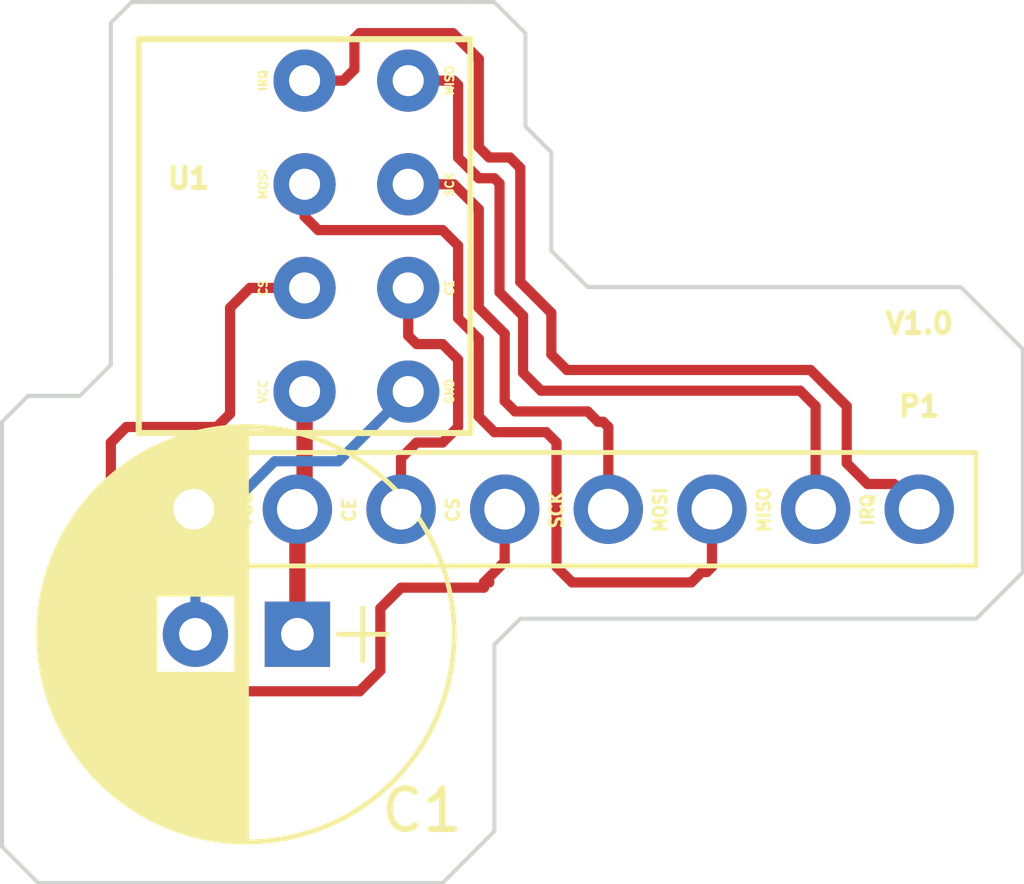
<source format=kicad_pcb>
(kicad_pcb (version 20171130) (host pcbnew "(5.1.12)-1")

  (general
    (thickness 1.6)
    (drawings 43)
    (tracks 107)
    (zones 0)
    (modules 3)
    (nets 9)
  )

  (page A4)
  (layers
    (0 F.Cu signal)
    (31 B.Cu signal)
    (32 B.Adhes user hide)
    (33 F.Adhes user hide)
    (34 B.Paste user)
    (35 F.Paste user)
    (36 B.SilkS user)
    (37 F.SilkS user)
    (38 B.Mask user)
    (39 F.Mask user)
    (40 Dwgs.User user)
    (41 Cmts.User user)
    (42 Eco1.User user)
    (43 Eco2.User user)
    (44 Edge.Cuts user)
    (45 Margin user)
    (46 B.CrtYd user)
    (47 F.CrtYd user)
    (48 B.Fab user)
    (49 F.Fab user)
  )

  (setup
    (last_trace_width 0.25)
    (user_trace_width 0.4)
    (trace_clearance 0.2)
    (zone_clearance 0.508)
    (zone_45_only no)
    (trace_min 0.2)
    (via_size 0.6)
    (via_drill 0.4)
    (via_min_size 0.4)
    (via_min_drill 0.3)
    (uvia_size 0.3)
    (uvia_drill 0.1)
    (uvias_allowed no)
    (uvia_min_size 0.2)
    (uvia_min_drill 0.1)
    (edge_width 0.1)
    (segment_width 0.2)
    (pcb_text_width 0.3)
    (pcb_text_size 1.5 1.5)
    (mod_edge_width 0.15)
    (mod_text_size 1 1)
    (mod_text_width 0.15)
    (pad_size 1.5 1.5)
    (pad_drill 0.6)
    (pad_to_mask_clearance 0)
    (aux_axis_origin 0 0)
    (visible_elements 7FFFFFFF)
    (pcbplotparams
      (layerselection 0x010f0_80000001)
      (usegerberextensions true)
      (usegerberattributes true)
      (usegerberadvancedattributes true)
      (creategerberjobfile true)
      (excludeedgelayer true)
      (linewidth 0.100000)
      (plotframeref false)
      (viasonmask false)
      (mode 1)
      (useauxorigin false)
      (hpglpennumber 1)
      (hpglpenspeed 20)
      (hpglpendiameter 15.000000)
      (psnegative false)
      (psa4output false)
      (plotreference true)
      (plotvalue true)
      (plotinvisibletext false)
      (padsonsilk false)
      (subtractmaskfromsilk false)
      (outputformat 1)
      (mirror false)
      (drillshape 0)
      (scaleselection 1)
      (outputdirectory "Gerber/"))
  )

  (net 0 "")
  (net 1 "Net-(P1-Pad3)")
  (net 2 "Net-(P1-Pad4)")
  (net 3 "Net-(P1-Pad5)")
  (net 4 "Net-(P1-Pad6)")
  (net 5 "Net-(P1-Pad7)")
  (net 6 "Net-(P1-Pad8)")
  (net 7 "Net-(C1-Pad1)")
  (net 8 "Net-(C1-Pad2)")

  (net_class Default "This is the default net class."
    (clearance 0.2)
    (trace_width 0.25)
    (via_dia 0.6)
    (via_drill 0.4)
    (uvia_dia 0.3)
    (uvia_drill 0.1)
    (add_net "Net-(C1-Pad1)")
    (add_net "Net-(C1-Pad2)")
    (add_net "Net-(P1-Pad3)")
    (add_net "Net-(P1-Pad4)")
    (add_net "Net-(P1-Pad5)")
    (add_net "Net-(P1-Pad6)")
    (add_net "Net-(P1-Pad7)")
    (add_net "Net-(P1-Pad8)")
  )

  (module Capacitors_ThroughHole:CP_Radial_D10.0mm_P2.50mm (layer F.Cu) (tedit 58978FDA) (tstamp 58977D41)
    (at 154.559 113.284 180)
    (descr "CP, Radial series, Radial, pin pitch=2.50mm, , diameter=10mm, Electrolytic Capacitor")
    (tags "CP Radial series Radial pin pitch 2.50mm  diameter 10mm Electrolytic Capacitor")
    (path /58977AA8)
    (fp_text reference C1 (at -3.048 -4.318 180) (layer F.SilkS)
      (effects (font (size 1 1) (thickness 0.15)))
    )
    (fp_text value 10uF (at 5.461 4.191 180) (layer F.Fab)
      (effects (font (size 0.3 0.3) (thickness 0.075)))
    )
    (fp_line (start 6.6 -5.35) (end -4.1 -5.35) (layer F.CrtYd) (width 0.05))
    (fp_line (start 6.6 5.35) (end 6.6 -5.35) (layer F.CrtYd) (width 0.05))
    (fp_line (start -4.1 5.35) (end 6.6 5.35) (layer F.CrtYd) (width 0.05))
    (fp_line (start -4.1 -5.35) (end -4.1 5.35) (layer F.CrtYd) (width 0.05))
    (fp_line (start -1.6 -0.65) (end -1.6 0.65) (layer F.SilkS) (width 0.12))
    (fp_line (start -2.2 0) (end -1 0) (layer F.SilkS) (width 0.12))
    (fp_line (start 6.331 -0.279) (end 6.331 0.279) (layer F.SilkS) (width 0.12))
    (fp_line (start 6.291 -0.672) (end 6.291 0.672) (layer F.SilkS) (width 0.12))
    (fp_line (start 6.251 -0.913) (end 6.251 0.913) (layer F.SilkS) (width 0.12))
    (fp_line (start 6.211 -1.104) (end 6.211 1.104) (layer F.SilkS) (width 0.12))
    (fp_line (start 6.171 -1.265) (end 6.171 1.265) (layer F.SilkS) (width 0.12))
    (fp_line (start 6.131 -1.407) (end 6.131 1.407) (layer F.SilkS) (width 0.12))
    (fp_line (start 6.091 -1.536) (end 6.091 1.536) (layer F.SilkS) (width 0.12))
    (fp_line (start 6.051 -1.654) (end 6.051 1.654) (layer F.SilkS) (width 0.12))
    (fp_line (start 6.011 -1.763) (end 6.011 1.763) (layer F.SilkS) (width 0.12))
    (fp_line (start 5.971 -1.866) (end 5.971 1.866) (layer F.SilkS) (width 0.12))
    (fp_line (start 5.931 -1.962) (end 5.931 1.962) (layer F.SilkS) (width 0.12))
    (fp_line (start 5.891 -2.053) (end 5.891 2.053) (layer F.SilkS) (width 0.12))
    (fp_line (start 5.851 -2.14) (end 5.851 2.14) (layer F.SilkS) (width 0.12))
    (fp_line (start 5.811 -2.222) (end 5.811 2.222) (layer F.SilkS) (width 0.12))
    (fp_line (start 5.771 -2.301) (end 5.771 2.301) (layer F.SilkS) (width 0.12))
    (fp_line (start 5.731 -2.377) (end 5.731 2.377) (layer F.SilkS) (width 0.12))
    (fp_line (start 5.691 -2.449) (end 5.691 2.449) (layer F.SilkS) (width 0.12))
    (fp_line (start 5.651 -2.519) (end 5.651 2.519) (layer F.SilkS) (width 0.12))
    (fp_line (start 5.611 -2.587) (end 5.611 2.587) (layer F.SilkS) (width 0.12))
    (fp_line (start 5.571 -2.652) (end 5.571 2.652) (layer F.SilkS) (width 0.12))
    (fp_line (start 5.531 -2.715) (end 5.531 2.715) (layer F.SilkS) (width 0.12))
    (fp_line (start 5.491 -2.777) (end 5.491 2.777) (layer F.SilkS) (width 0.12))
    (fp_line (start 5.451 -2.836) (end 5.451 2.836) (layer F.SilkS) (width 0.12))
    (fp_line (start 5.411 -2.894) (end 5.411 2.894) (layer F.SilkS) (width 0.12))
    (fp_line (start 5.371 -2.949) (end 5.371 2.949) (layer F.SilkS) (width 0.12))
    (fp_line (start 5.331 -3.004) (end 5.331 3.004) (layer F.SilkS) (width 0.12))
    (fp_line (start 5.291 -3.057) (end 5.291 3.057) (layer F.SilkS) (width 0.12))
    (fp_line (start 5.251 -3.108) (end 5.251 3.108) (layer F.SilkS) (width 0.12))
    (fp_line (start 5.211 -3.158) (end 5.211 3.158) (layer F.SilkS) (width 0.12))
    (fp_line (start 5.171 -3.207) (end 5.171 3.207) (layer F.SilkS) (width 0.12))
    (fp_line (start 5.131 -3.255) (end 5.131 3.255) (layer F.SilkS) (width 0.12))
    (fp_line (start 5.091 -3.302) (end 5.091 3.302) (layer F.SilkS) (width 0.12))
    (fp_line (start 5.051 -3.347) (end 5.051 3.347) (layer F.SilkS) (width 0.12))
    (fp_line (start 5.011 -3.391) (end 5.011 3.391) (layer F.SilkS) (width 0.12))
    (fp_line (start 4.971 -3.435) (end 4.971 3.435) (layer F.SilkS) (width 0.12))
    (fp_line (start 4.931 -3.477) (end 4.931 3.477) (layer F.SilkS) (width 0.12))
    (fp_line (start 4.891 -3.518) (end 4.891 3.518) (layer F.SilkS) (width 0.12))
    (fp_line (start 4.851 -3.559) (end 4.851 3.559) (layer F.SilkS) (width 0.12))
    (fp_line (start 4.811 -3.598) (end 4.811 3.598) (layer F.SilkS) (width 0.12))
    (fp_line (start 4.771 -3.637) (end 4.771 3.637) (layer F.SilkS) (width 0.12))
    (fp_line (start 4.731 -3.675) (end 4.731 3.675) (layer F.SilkS) (width 0.12))
    (fp_line (start 4.691 -3.712) (end 4.691 3.712) (layer F.SilkS) (width 0.12))
    (fp_line (start 4.651 -3.748) (end 4.651 3.748) (layer F.SilkS) (width 0.12))
    (fp_line (start 4.611 -3.784) (end 4.611 3.784) (layer F.SilkS) (width 0.12))
    (fp_line (start 4.571 -3.819) (end 4.571 3.819) (layer F.SilkS) (width 0.12))
    (fp_line (start 4.531 -3.853) (end 4.531 3.853) (layer F.SilkS) (width 0.12))
    (fp_line (start 4.491 -3.886) (end 4.491 3.886) (layer F.SilkS) (width 0.12))
    (fp_line (start 4.451 -3.919) (end 4.451 3.919) (layer F.SilkS) (width 0.12))
    (fp_line (start 4.411 -3.951) (end 4.411 3.951) (layer F.SilkS) (width 0.12))
    (fp_line (start 4.371 -3.982) (end 4.371 3.982) (layer F.SilkS) (width 0.12))
    (fp_line (start 4.331 -4.013) (end 4.331 4.013) (layer F.SilkS) (width 0.12))
    (fp_line (start 4.291 -4.043) (end 4.291 4.043) (layer F.SilkS) (width 0.12))
    (fp_line (start 4.251 -4.072) (end 4.251 4.072) (layer F.SilkS) (width 0.12))
    (fp_line (start 4.211 -4.101) (end 4.211 4.101) (layer F.SilkS) (width 0.12))
    (fp_line (start 4.171 -4.13) (end 4.171 4.13) (layer F.SilkS) (width 0.12))
    (fp_line (start 4.131 -4.157) (end 4.131 4.157) (layer F.SilkS) (width 0.12))
    (fp_line (start 4.091 -4.185) (end 4.091 4.185) (layer F.SilkS) (width 0.12))
    (fp_line (start 4.051 -4.211) (end 4.051 4.211) (layer F.SilkS) (width 0.12))
    (fp_line (start 4.011 -4.237) (end 4.011 4.237) (layer F.SilkS) (width 0.12))
    (fp_line (start 3.971 -4.263) (end 3.971 4.263) (layer F.SilkS) (width 0.12))
    (fp_line (start 3.931 -4.288) (end 3.931 4.288) (layer F.SilkS) (width 0.12))
    (fp_line (start 3.891 -4.312) (end 3.891 4.312) (layer F.SilkS) (width 0.12))
    (fp_line (start 3.851 -4.336) (end 3.851 4.336) (layer F.SilkS) (width 0.12))
    (fp_line (start 3.811 -4.36) (end 3.811 4.36) (layer F.SilkS) (width 0.12))
    (fp_line (start 3.771 -4.383) (end 3.771 4.383) (layer F.SilkS) (width 0.12))
    (fp_line (start 3.731 -4.405) (end 3.731 4.405) (layer F.SilkS) (width 0.12))
    (fp_line (start 3.691 -4.428) (end 3.691 4.428) (layer F.SilkS) (width 0.12))
    (fp_line (start 3.651 -4.449) (end 3.651 4.449) (layer F.SilkS) (width 0.12))
    (fp_line (start 3.611 -4.47) (end 3.611 4.47) (layer F.SilkS) (width 0.12))
    (fp_line (start 3.571 -4.491) (end 3.571 4.491) (layer F.SilkS) (width 0.12))
    (fp_line (start 3.531 -4.511) (end 3.531 4.511) (layer F.SilkS) (width 0.12))
    (fp_line (start 3.491 -4.531) (end 3.491 4.531) (layer F.SilkS) (width 0.12))
    (fp_line (start 3.451 0.98) (end 3.451 4.55) (layer F.SilkS) (width 0.12))
    (fp_line (start 3.451 -4.55) (end 3.451 -0.98) (layer F.SilkS) (width 0.12))
    (fp_line (start 3.411 0.98) (end 3.411 4.569) (layer F.SilkS) (width 0.12))
    (fp_line (start 3.411 -4.569) (end 3.411 -0.98) (layer F.SilkS) (width 0.12))
    (fp_line (start 3.371 0.98) (end 3.371 4.588) (layer F.SilkS) (width 0.12))
    (fp_line (start 3.371 -4.588) (end 3.371 -0.98) (layer F.SilkS) (width 0.12))
    (fp_line (start 3.331 0.98) (end 3.331 4.606) (layer F.SilkS) (width 0.12))
    (fp_line (start 3.331 -4.606) (end 3.331 -0.98) (layer F.SilkS) (width 0.12))
    (fp_line (start 3.291 0.98) (end 3.291 4.624) (layer F.SilkS) (width 0.12))
    (fp_line (start 3.291 -4.624) (end 3.291 -0.98) (layer F.SilkS) (width 0.12))
    (fp_line (start 3.251 0.98) (end 3.251 4.641) (layer F.SilkS) (width 0.12))
    (fp_line (start 3.251 -4.641) (end 3.251 -0.98) (layer F.SilkS) (width 0.12))
    (fp_line (start 3.211 0.98) (end 3.211 4.658) (layer F.SilkS) (width 0.12))
    (fp_line (start 3.211 -4.658) (end 3.211 -0.98) (layer F.SilkS) (width 0.12))
    (fp_line (start 3.171 0.98) (end 3.171 4.674) (layer F.SilkS) (width 0.12))
    (fp_line (start 3.171 -4.674) (end 3.171 -0.98) (layer F.SilkS) (width 0.12))
    (fp_line (start 3.131 0.98) (end 3.131 4.691) (layer F.SilkS) (width 0.12))
    (fp_line (start 3.131 -4.691) (end 3.131 -0.98) (layer F.SilkS) (width 0.12))
    (fp_line (start 3.091 0.98) (end 3.091 4.706) (layer F.SilkS) (width 0.12))
    (fp_line (start 3.091 -4.706) (end 3.091 -0.98) (layer F.SilkS) (width 0.12))
    (fp_line (start 3.051 0.98) (end 3.051 4.722) (layer F.SilkS) (width 0.12))
    (fp_line (start 3.051 -4.722) (end 3.051 -0.98) (layer F.SilkS) (width 0.12))
    (fp_line (start 3.011 0.98) (end 3.011 4.737) (layer F.SilkS) (width 0.12))
    (fp_line (start 3.011 -4.737) (end 3.011 -0.98) (layer F.SilkS) (width 0.12))
    (fp_line (start 2.971 0.98) (end 2.971 4.751) (layer F.SilkS) (width 0.12))
    (fp_line (start 2.971 -4.751) (end 2.971 -0.98) (layer F.SilkS) (width 0.12))
    (fp_line (start 2.931 0.98) (end 2.931 4.765) (layer F.SilkS) (width 0.12))
    (fp_line (start 2.931 -4.765) (end 2.931 -0.98) (layer F.SilkS) (width 0.12))
    (fp_line (start 2.891 0.98) (end 2.891 4.779) (layer F.SilkS) (width 0.12))
    (fp_line (start 2.891 -4.779) (end 2.891 -0.98) (layer F.SilkS) (width 0.12))
    (fp_line (start 2.851 0.98) (end 2.851 4.792) (layer F.SilkS) (width 0.12))
    (fp_line (start 2.851 -4.792) (end 2.851 -0.98) (layer F.SilkS) (width 0.12))
    (fp_line (start 2.811 0.98) (end 2.811 4.806) (layer F.SilkS) (width 0.12))
    (fp_line (start 2.811 -4.806) (end 2.811 -0.98) (layer F.SilkS) (width 0.12))
    (fp_line (start 2.771 0.98) (end 2.771 4.818) (layer F.SilkS) (width 0.12))
    (fp_line (start 2.771 -4.818) (end 2.771 -0.98) (layer F.SilkS) (width 0.12))
    (fp_line (start 2.731 0.98) (end 2.731 4.831) (layer F.SilkS) (width 0.12))
    (fp_line (start 2.731 -4.831) (end 2.731 -0.98) (layer F.SilkS) (width 0.12))
    (fp_line (start 2.691 0.98) (end 2.691 4.843) (layer F.SilkS) (width 0.12))
    (fp_line (start 2.691 -4.843) (end 2.691 -0.98) (layer F.SilkS) (width 0.12))
    (fp_line (start 2.651 0.98) (end 2.651 4.854) (layer F.SilkS) (width 0.12))
    (fp_line (start 2.651 -4.854) (end 2.651 -0.98) (layer F.SilkS) (width 0.12))
    (fp_line (start 2.611 0.98) (end 2.611 4.865) (layer F.SilkS) (width 0.12))
    (fp_line (start 2.611 -4.865) (end 2.611 -0.98) (layer F.SilkS) (width 0.12))
    (fp_line (start 2.571 0.98) (end 2.571 4.876) (layer F.SilkS) (width 0.12))
    (fp_line (start 2.571 -4.876) (end 2.571 -0.98) (layer F.SilkS) (width 0.12))
    (fp_line (start 2.531 0.98) (end 2.531 4.887) (layer F.SilkS) (width 0.12))
    (fp_line (start 2.531 -4.887) (end 2.531 -0.98) (layer F.SilkS) (width 0.12))
    (fp_line (start 2.491 0.98) (end 2.491 4.897) (layer F.SilkS) (width 0.12))
    (fp_line (start 2.491 -4.897) (end 2.491 -0.98) (layer F.SilkS) (width 0.12))
    (fp_line (start 2.451 0.98) (end 2.451 4.907) (layer F.SilkS) (width 0.12))
    (fp_line (start 2.451 -4.907) (end 2.451 -0.98) (layer F.SilkS) (width 0.12))
    (fp_line (start 2.411 0.98) (end 2.411 4.917) (layer F.SilkS) (width 0.12))
    (fp_line (start 2.411 -4.917) (end 2.411 -0.98) (layer F.SilkS) (width 0.12))
    (fp_line (start 2.371 0.98) (end 2.371 4.926) (layer F.SilkS) (width 0.12))
    (fp_line (start 2.371 -4.926) (end 2.371 -0.98) (layer F.SilkS) (width 0.12))
    (fp_line (start 2.331 0.98) (end 2.331 4.935) (layer F.SilkS) (width 0.12))
    (fp_line (start 2.331 -4.935) (end 2.331 -0.98) (layer F.SilkS) (width 0.12))
    (fp_line (start 2.291 0.98) (end 2.291 4.943) (layer F.SilkS) (width 0.12))
    (fp_line (start 2.291 -4.943) (end 2.291 -0.98) (layer F.SilkS) (width 0.12))
    (fp_line (start 2.251 0.98) (end 2.251 4.951) (layer F.SilkS) (width 0.12))
    (fp_line (start 2.251 -4.951) (end 2.251 -0.98) (layer F.SilkS) (width 0.12))
    (fp_line (start 2.211 0.98) (end 2.211 4.959) (layer F.SilkS) (width 0.12))
    (fp_line (start 2.211 -4.959) (end 2.211 -0.98) (layer F.SilkS) (width 0.12))
    (fp_line (start 2.171 0.98) (end 2.171 4.967) (layer F.SilkS) (width 0.12))
    (fp_line (start 2.171 -4.967) (end 2.171 -0.98) (layer F.SilkS) (width 0.12))
    (fp_line (start 2.131 0.98) (end 2.131 4.974) (layer F.SilkS) (width 0.12))
    (fp_line (start 2.131 -4.974) (end 2.131 -0.98) (layer F.SilkS) (width 0.12))
    (fp_line (start 2.091 0.98) (end 2.091 4.981) (layer F.SilkS) (width 0.12))
    (fp_line (start 2.091 -4.981) (end 2.091 -0.98) (layer F.SilkS) (width 0.12))
    (fp_line (start 2.051 0.98) (end 2.051 4.987) (layer F.SilkS) (width 0.12))
    (fp_line (start 2.051 -4.987) (end 2.051 -0.98) (layer F.SilkS) (width 0.12))
    (fp_line (start 2.011 0.98) (end 2.011 4.993) (layer F.SilkS) (width 0.12))
    (fp_line (start 2.011 -4.993) (end 2.011 -0.98) (layer F.SilkS) (width 0.12))
    (fp_line (start 1.971 0.98) (end 1.971 4.999) (layer F.SilkS) (width 0.12))
    (fp_line (start 1.971 -4.999) (end 1.971 -0.98) (layer F.SilkS) (width 0.12))
    (fp_line (start 1.93 0.98) (end 1.93 5.005) (layer F.SilkS) (width 0.12))
    (fp_line (start 1.93 -5.005) (end 1.93 -0.98) (layer F.SilkS) (width 0.12))
    (fp_line (start 1.89 0.98) (end 1.89 5.01) (layer F.SilkS) (width 0.12))
    (fp_line (start 1.89 -5.01) (end 1.89 -0.98) (layer F.SilkS) (width 0.12))
    (fp_line (start 1.85 0.98) (end 1.85 5.015) (layer F.SilkS) (width 0.12))
    (fp_line (start 1.85 -5.015) (end 1.85 -0.98) (layer F.SilkS) (width 0.12))
    (fp_line (start 1.81 0.98) (end 1.81 5.02) (layer F.SilkS) (width 0.12))
    (fp_line (start 1.81 -5.02) (end 1.81 -0.98) (layer F.SilkS) (width 0.12))
    (fp_line (start 1.77 0.98) (end 1.77 5.024) (layer F.SilkS) (width 0.12))
    (fp_line (start 1.77 -5.024) (end 1.77 -0.98) (layer F.SilkS) (width 0.12))
    (fp_line (start 1.73 0.98) (end 1.73 5.028) (layer F.SilkS) (width 0.12))
    (fp_line (start 1.73 -5.028) (end 1.73 -0.98) (layer F.SilkS) (width 0.12))
    (fp_line (start 1.69 0.98) (end 1.69 5.031) (layer F.SilkS) (width 0.12))
    (fp_line (start 1.69 -5.031) (end 1.69 -0.98) (layer F.SilkS) (width 0.12))
    (fp_line (start 1.65 0.98) (end 1.65 5.035) (layer F.SilkS) (width 0.12))
    (fp_line (start 1.65 -5.035) (end 1.65 -0.98) (layer F.SilkS) (width 0.12))
    (fp_line (start 1.61 0.98) (end 1.61 5.038) (layer F.SilkS) (width 0.12))
    (fp_line (start 1.61 -5.038) (end 1.61 -0.98) (layer F.SilkS) (width 0.12))
    (fp_line (start 1.57 0.98) (end 1.57 5.04) (layer F.SilkS) (width 0.12))
    (fp_line (start 1.57 -5.04) (end 1.57 -0.98) (layer F.SilkS) (width 0.12))
    (fp_line (start 1.53 0.98) (end 1.53 5.043) (layer F.SilkS) (width 0.12))
    (fp_line (start 1.53 -5.043) (end 1.53 -0.98) (layer F.SilkS) (width 0.12))
    (fp_line (start 1.49 -5.045) (end 1.49 5.045) (layer F.SilkS) (width 0.12))
    (fp_line (start 1.45 -5.047) (end 1.45 5.047) (layer F.SilkS) (width 0.12))
    (fp_line (start 1.41 -5.048) (end 1.41 5.048) (layer F.SilkS) (width 0.12))
    (fp_line (start 1.37 -5.049) (end 1.37 5.049) (layer F.SilkS) (width 0.12))
    (fp_line (start 1.33 -5.05) (end 1.33 5.05) (layer F.SilkS) (width 0.12))
    (fp_line (start 1.29 -5.05) (end 1.29 5.05) (layer F.SilkS) (width 0.12))
    (fp_line (start 1.25 -5.05) (end 1.25 5.05) (layer F.SilkS) (width 0.12))
    (fp_line (start -1.6 -0.65) (end -1.6 0.65) (layer F.Fab) (width 0.1))
    (fp_line (start -2.2 0) (end -1 0) (layer F.Fab) (width 0.1))
    (fp_circle (center 1.25 0) (end 6.34 0) (layer F.SilkS) (width 0.12))
    (fp_circle (center 1.25 0) (end 6.25 0) (layer F.Fab) (width 0.1))
    (pad 1 thru_hole rect (at 0 0 180) (size 1.6 1.6) (drill 0.8) (layers *.Cu *.Mask)
      (net 7 "Net-(C1-Pad1)"))
    (pad 2 thru_hole circle (at 2.5 0 180) (size 1.6 1.6) (drill 0.8) (layers *.Cu *.Mask)
      (net 8 "Net-(C1-Pad2)"))
    (model Capacitors_ThroughHole.3dshapes/CP_Radial_D10.0mm_P2.50mm.wrl
      (at (xyz 0 0 0))
      (scale (xyz 0.393701 0.393701 0.393701))
      (rotate (xyz 0 0 0))
    )
  )

  (module Pin_Headers:Pin_Header_Straight_1x08_Pitch2.54mm (layer F.Cu) (tedit 5897900E) (tstamp 58976A89)
    (at 152.018 110.219 90)
    (descr "Through hole straight pin header, 1x08, 2.54mm pitch, single row")
    (tags "Through hole pin header THT 1x08 2.54mm single row")
    (path /580B3150)
    (fp_text reference P1 (at 2.523167 17.7805 180) (layer F.SilkS)
      (effects (font (size 0.5 0.5) (thickness 0.125)))
    )
    (fp_text value CONN_01X08 (at 4.428167 14.0975 180) (layer F.Fab)
      (effects (font (size 0.5 0.5) (thickness 0.125)))
    )
    (fp_line (start 1.6 -1.6) (end -1.6 -1.6) (layer F.CrtYd) (width 0.05))
    (fp_line (start 1.6 19.3) (end 1.6 -1.6) (layer F.CrtYd) (width 0.05))
    (fp_line (start -1.6 19.3) (end 1.6 19.3) (layer F.CrtYd) (width 0.05))
    (fp_line (start -1.6 -1.6) (end -1.6 19.3) (layer F.CrtYd) (width 0.05))
    (fp_line (start -1.39 -1.39) (end 0 -1.39) (layer F.SilkS) (width 0.12))
    (fp_line (start -1.39 0) (end -1.39 -1.39) (layer F.SilkS) (width 0.12))
    (fp_line (start 1.39 1.27) (end -1.39 1.27) (layer F.SilkS) (width 0.12))
    (fp_line (start 1.39 19.17) (end 1.39 1.27) (layer F.SilkS) (width 0.12))
    (fp_line (start -1.39 19.17) (end 1.39 19.17) (layer F.SilkS) (width 0.12))
    (fp_line (start -1.39 1.27) (end -1.39 19.17) (layer F.SilkS) (width 0.12))
    (fp_line (start 1.27 -1.27) (end -1.27 -1.27) (layer F.Fab) (width 0.1))
    (fp_line (start 1.27 19.05) (end 1.27 -1.27) (layer F.Fab) (width 0.1))
    (fp_line (start -1.27 19.05) (end 1.27 19.05) (layer F.Fab) (width 0.1))
    (fp_line (start -1.27 -1.27) (end -1.27 19.05) (layer F.Fab) (width 0.1))
    (pad 1 thru_hole rect (at 0 0 90) (size 1.7 1.7) (drill 1) (layers *.Cu *.Mask)
      (net 8 "Net-(C1-Pad2)"))
    (pad 2 thru_hole oval (at 0 2.54 90) (size 1.7 1.7) (drill 1) (layers *.Cu *.Mask)
      (net 7 "Net-(C1-Pad1)"))
    (pad 3 thru_hole oval (at 0 5.08 90) (size 1.7 1.7) (drill 1) (layers *.Cu *.Mask)
      (net 1 "Net-(P1-Pad3)"))
    (pad 4 thru_hole oval (at 0 7.62 90) (size 1.7 1.7) (drill 1) (layers *.Cu *.Mask)
      (net 2 "Net-(P1-Pad4)"))
    (pad 5 thru_hole oval (at 0 10.16 90) (size 1.7 1.7) (drill 1) (layers *.Cu *.Mask)
      (net 3 "Net-(P1-Pad5)"))
    (pad 6 thru_hole oval (at 0 12.7 90) (size 1.7 1.7) (drill 1) (layers *.Cu *.Mask)
      (net 4 "Net-(P1-Pad6)"))
    (pad 7 thru_hole oval (at 0 15.24 90) (size 1.7 1.7) (drill 1) (layers *.Cu *.Mask)
      (net 5 "Net-(P1-Pad7)"))
    (pad 8 thru_hole oval (at 0 17.78 90) (size 1.7 1.7) (drill 1) (layers *.Cu *.Mask)
      (net 6 "Net-(P1-Pad8)"))
    (model Pin_Headers.3dshapes/Pin_Header_Straight_1x08_Pitch2.54mm.wrl
      (offset (xyz 0 -8.889999866485596 0))
      (scale (xyz 1 1 1))
      (rotate (xyz 0 0 90))
    )
  )

  (module nRF24:nRF24 (layer F.Cu) (tedit 58979007) (tstamp 58976AA1)
    (at 154.734 103.78)
    (descr "A footprint for the generic nRF24 module")
    (path /58977CC8)
    (fp_text reference U1 (at -2.842001 -1.672001) (layer F.SilkS)
      (effects (font (size 0.5 0.5) (thickness 0.125)))
    )
    (fp_text value nRF24 (at -2.969001 1.502999 90) (layer F.Fab)
      (effects (font (size 0.5 0.5) (thickness 0.125)))
    )
    (fp_line (start 4.064 4.572) (end 4.064 -5.08) (layer F.SilkS) (width 0.15))
    (fp_line (start -4.064 4.572) (end 4.064 4.572) (layer F.SilkS) (width 0.15))
    (fp_line (start -4.064 -5.08) (end -4.064 4.572) (layer F.SilkS) (width 0.15))
    (fp_line (start 4.064 -5.08) (end -4.064 -5.08) (layer F.SilkS) (width 0.15))
    (fp_text user MISO (at 3.556 -4.064 90) (layer F.SilkS)
      (effects (font (size 0.2 0.2) (thickness 0.05)))
    )
    (fp_text user IRQ (at -1.016 -4.064 90) (layer F.SilkS)
      (effects (font (size 0.2 0.2) (thickness 0.05)))
    )
    (fp_text user MOSI (at -1.016 -1.524 90) (layer F.SilkS)
      (effects (font (size 0.2 0.2) (thickness 0.05)))
    )
    (fp_text user SCK (at 3.556 -1.524 90) (layer F.SilkS)
      (effects (font (size 0.2 0.2) (thickness 0.05)))
    )
    (fp_text user CE (at 3.556 1.016 90) (layer F.SilkS)
      (effects (font (size 0.2 0.2) (thickness 0.05)))
    )
    (fp_text user CS (at -1.016 1.016 90) (layer F.SilkS)
      (effects (font (size 0.2 0.2) (thickness 0.05)))
    )
    (fp_text user VCC (at -1.016 3.556 90) (layer F.SilkS)
      (effects (font (size 0.2 0.2) (thickness 0.05)))
    )
    (fp_text user GND (at 3.556 3.556 90) (layer F.SilkS)
      (effects (font (size 0.2 0.2) (thickness 0.05)))
    )
    (pad 1 thru_hole circle (at 2.54 3.556) (size 1.524 1.524) (drill 0.762) (layers *.Cu *.Mask)
      (net 8 "Net-(C1-Pad2)"))
    (pad 2 thru_hole circle (at 0 3.556) (size 1.524 1.524) (drill 0.762) (layers *.Cu *.Mask)
      (net 7 "Net-(C1-Pad1)"))
    (pad 3 thru_hole circle (at 2.54 1.016) (size 1.524 1.524) (drill 0.762) (layers *.Cu *.Mask)
      (net 1 "Net-(P1-Pad3)"))
    (pad 4 thru_hole circle (at 0 1.016) (size 1.524 1.524) (drill 0.762) (layers *.Cu *.Mask)
      (net 2 "Net-(P1-Pad4)"))
    (pad 5 thru_hole circle (at 2.54 -1.524) (size 1.524 1.524) (drill 0.762) (layers *.Cu *.Mask)
      (net 3 "Net-(P1-Pad5)"))
    (pad 6 thru_hole circle (at 0 -1.524) (size 1.524 1.524) (drill 0.762) (layers *.Cu *.Mask)
      (net 4 "Net-(P1-Pad6)"))
    (pad 7 thru_hole circle (at 2.54 -4.064) (size 1.524 1.524) (drill 0.762) (layers *.Cu *.Mask)
      (net 5 "Net-(P1-Pad7)"))
    (pad 8 thru_hole circle (at 0 -4.064) (size 1.524 1.524) (drill 0.762) (layers *.Cu *.Mask)
      (net 6 "Net-(P1-Pad8)"))
  )

  (gr_line (start 150.495 97.79) (end 150.876 97.79) (angle 90) (layer Edge.Cuts) (width 0.1))
  (gr_line (start 149.987 98.298) (end 150.495 97.79) (angle 90) (layer Edge.Cuts) (width 0.1))
  (gr_line (start 149.987 98.552) (end 149.987 98.298) (angle 90) (layer Edge.Cuts) (width 0.1))
  (gr_line (start 149.987 100.838) (end 149.987 98.552) (angle 90) (layer Edge.Cuts) (width 0.1))
  (gr_line (start 149.987 104.521) (end 149.987 100.838) (angle 90) (layer Edge.Cuts) (width 0.1))
  (gr_line (start 149.987 106.68) (end 149.987 104.521) (angle 90) (layer Edge.Cuts) (width 0.1))
  (gr_line (start 149.225 107.442) (end 149.987 106.68) (angle 90) (layer Edge.Cuts) (width 0.1))
  (gr_line (start 147.955 107.442) (end 149.225 107.442) (angle 90) (layer Edge.Cuts) (width 0.1))
  (gr_line (start 147.32 108.077) (end 147.955 107.442) (angle 90) (layer Edge.Cuts) (width 0.1))
  (gr_line (start 147.32 112.522) (end 147.32 108.077) (angle 90) (layer Edge.Cuts) (width 0.1))
  (gr_line (start 147.32 116.713) (end 147.32 112.522) (angle 90) (layer Edge.Cuts) (width 0.1))
  (gr_line (start 147.32 118.491) (end 147.32 116.713) (angle 90) (layer Edge.Cuts) (width 0.1))
  (gr_line (start 148.209 119.38) (end 147.32 118.491) (angle 90) (layer Edge.Cuts) (width 0.1))
  (gr_line (start 149.86 119.38) (end 148.209 119.38) (angle 90) (layer Edge.Cuts) (width 0.1))
  (gr_line (start 158.115 119.38) (end 149.86 119.38) (angle 90) (layer Edge.Cuts) (width 0.1))
  (gr_line (start 159.385 118.11) (end 158.115 119.38) (angle 90) (layer Edge.Cuts) (width 0.1))
  (gr_line (start 159.385 117.602) (end 159.385 118.11) (angle 90) (layer Edge.Cuts) (width 0.1))
  (gr_line (start 159.385 113.538) (end 159.385 117.602) (angle 90) (layer Edge.Cuts) (width 0.1))
  (gr_line (start 160.02 112.903) (end 159.385 113.538) (angle 90) (layer Edge.Cuts) (width 0.1))
  (gr_line (start 171.196 112.903) (end 160.02 112.903) (angle 90) (layer Edge.Cuts) (width 0.1))
  (gr_line (start 172.339 111.76) (end 171.196 112.903) (angle 90) (layer Edge.Cuts) (width 0.1))
  (gr_line (start 172.339 106.299) (end 172.339 111.76) (angle 90) (layer Edge.Cuts) (width 0.1))
  (gr_line (start 171.45 105.41) (end 172.339 106.299) (angle 90) (layer Edge.Cuts) (width 0.1))
  (gr_line (start 170.815 104.775) (end 171.45 105.41) (angle 90) (layer Edge.Cuts) (width 0.1))
  (gr_line (start 170.18 104.775) (end 170.815 104.775) (angle 90) (layer Edge.Cuts) (width 0.1))
  (gr_line (start 161.671 104.775) (end 170.18 104.775) (angle 90) (layer Edge.Cuts) (width 0.1))
  (gr_line (start 160.782 103.886) (end 161.671 104.775) (angle 90) (layer Edge.Cuts) (width 0.1))
  (gr_line (start 160.782 101.473) (end 160.782 103.886) (angle 90) (layer Edge.Cuts) (width 0.1))
  (gr_line (start 160.147 100.838) (end 160.782 101.473) (angle 90) (layer Edge.Cuts) (width 0.1))
  (gr_line (start 160.147 100.584) (end 160.147 100.838) (angle 90) (layer Edge.Cuts) (width 0.1))
  (gr_line (start 160.147 98.552) (end 160.147 100.584) (angle 90) (layer Edge.Cuts) (width 0.1))
  (gr_line (start 159.385 97.79) (end 160.147 98.552) (angle 90) (layer Edge.Cuts) (width 0.1))
  (gr_line (start 158.75 97.79) (end 159.385 97.79) (angle 90) (layer Edge.Cuts) (width 0.1))
  (gr_line (start 150.876 97.79) (end 158.75 97.79) (angle 90) (layer Edge.Cuts) (width 0.1))
  (gr_text IRQ (at 168.529 110.236 90) (layer F.SilkS) (tstamp 58977641)
    (effects (font (size 0.3 0.3) (thickness 0.075)))
  )
  (gr_text MISO (at 165.989 110.236 90) (layer F.SilkS) (tstamp 58977635)
    (effects (font (size 0.3 0.3) (thickness 0.075)))
  )
  (gr_text MOSI (at 163.449 110.236 90) (layer F.SilkS) (tstamp 58977625)
    (effects (font (size 0.3 0.3) (thickness 0.075)))
  )
  (gr_text SCK (at 160.909 110.236 90) (layer F.SilkS) (tstamp 58977614)
    (effects (font (size 0.3 0.3) (thickness 0.075)))
  )
  (gr_text CS (at 158.369 110.236 90) (layer F.SilkS) (tstamp 58977608)
    (effects (font (size 0.3 0.3) (thickness 0.075)))
  )
  (gr_text CE (at 155.829 110.236 90) (layer F.SilkS) (tstamp 589775F6)
    (effects (font (size 0.3 0.3) (thickness 0.075)))
  )
  (gr_text VCC (at 153.289 110.236 90) (layer F.SilkS) (tstamp 589775D3)
    (effects (font (size 0.3 0.3) (thickness 0.075)))
  )
  (gr_text GND (at 150.495 110.236 90) (layer F.SilkS)
    (effects (font (size 0.3 0.3) (thickness 0.075)))
  )
  (gr_text V1.0 (at 169.799 105.664) (layer F.SilkS)
    (effects (font (size 0.5 0.5) (thickness 0.125)))
  )

  (segment (start 157.098 110.219) (end 157.098 108.966) (width 0.25) (layer F.Cu) (net 1))
  (segment (start 157.098 108.966) (end 157.48 108.585) (width 0.25) (layer F.Cu) (net 1))
  (segment (start 157.48 108.585) (end 158.115 108.585) (width 0.25) (layer F.Cu) (net 1))
  (segment (start 158.115 108.585) (end 158.496 108.204) (width 0.25) (layer F.Cu) (net 1))
  (segment (start 158.496 108.204) (end 158.496 106.553) (width 0.25) (layer F.Cu) (net 1))
  (segment (start 158.496 106.553) (end 158.115 106.172) (width 0.25) (layer F.Cu) (net 1))
  (segment (start 158.115 106.172) (end 157.48 106.172) (width 0.25) (layer F.Cu) (net 1))
  (segment (start 157.48 106.172) (end 157.274 105.966) (width 0.25) (layer F.Cu) (net 1))
  (segment (start 157.274 105.966) (end 157.274 104.796) (width 0.25) (layer F.Cu) (net 1))
  (segment (start 159.258 111.887) (end 159.638 111.506) (width 0.25) (layer F.Cu) (net 2))
  (segment (start 159.638 111.506) (end 159.638 110.219) (width 0.25) (layer F.Cu) (net 2))
  (segment (start 159.131 112.014) (end 159.258 111.887) (width 0.25) (layer F.Cu) (net 2))
  (segment (start 159.131 112.014) (end 159.258 112.014) (width 0.25) (layer F.Cu) (net 2))
  (segment (start 159.258 112.014) (end 159.258 111.887) (width 0.25) (layer F.Cu) (net 2))
  (segment (start 154.734 104.796) (end 153.395 104.796) (width 0.25) (layer F.Cu) (net 2))
  (segment (start 153.395 104.796) (end 152.908 105.283) (width 0.25) (layer F.Cu) (net 2))
  (segment (start 152.908 105.283) (end 152.908 107.881) (width 0.25) (layer F.Cu) (net 2))
  (segment (start 152.908 107.881) (end 152.585 108.204) (width 0.25) (layer F.Cu) (net 2))
  (segment (start 152.585 108.204) (end 150.368 108.204) (width 0.25) (layer F.Cu) (net 2))
  (segment (start 150.368 108.204) (end 149.987 108.585) (width 0.25) (layer F.Cu) (net 2))
  (segment (start 149.987 108.585) (end 149.987 111.76) (width 0.25) (layer F.Cu) (net 2))
  (segment (start 149.987 111.76) (end 150.241 112.014) (width 0.25) (layer F.Cu) (net 2))
  (segment (start 150.241 112.014) (end 150.368 112.014) (width 0.25) (layer F.Cu) (net 2))
  (segment (start 150.368 112.014) (end 150.495 112.141) (width 0.25) (layer F.Cu) (net 2))
  (segment (start 150.495 112.141) (end 150.495 114.427) (width 0.25) (layer F.Cu) (net 2))
  (segment (start 150.495 114.427) (end 150.749 114.681) (width 0.25) (layer F.Cu) (net 2))
  (segment (start 150.749 114.681) (end 156.083 114.681) (width 0.25) (layer F.Cu) (net 2))
  (segment (start 156.083 114.681) (end 156.591 114.173) (width 0.25) (layer F.Cu) (net 2))
  (segment (start 156.591 114.173) (end 156.591 112.649) (width 0.25) (layer F.Cu) (net 2))
  (segment (start 156.591 112.649) (end 157.099 112.141) (width 0.25) (layer F.Cu) (net 2))
  (segment (start 157.099 112.141) (end 159.131 112.141) (width 0.25) (layer F.Cu) (net 2))
  (segment (start 159.131 112.141) (end 159.131 112.014) (width 0.25) (layer F.Cu) (net 2))
  (segment (start 157.274 102.256) (end 158.39 102.256) (width 0.25) (layer F.Cu) (net 3))
  (segment (start 158.39 102.256) (end 159.004 102.87) (width 0.25) (layer F.Cu) (net 3))
  (segment (start 159.004 102.87) (end 159.004 105.283) (width 0.25) (layer F.Cu) (net 3))
  (segment (start 159.004 105.283) (end 159.639 105.918) (width 0.25) (layer F.Cu) (net 3))
  (segment (start 159.639 105.918) (end 159.639 107.569) (width 0.25) (layer F.Cu) (net 3))
  (segment (start 159.639 107.569) (end 159.893 107.823) (width 0.25) (layer F.Cu) (net 3))
  (segment (start 159.893 107.823) (end 161.671 107.823) (width 0.25) (layer F.Cu) (net 3))
  (segment (start 161.671 107.823) (end 161.925 108.077) (width 0.25) (layer F.Cu) (net 3))
  (segment (start 161.925 108.077) (end 162.052 108.077) (width 0.25) (layer F.Cu) (net 3))
  (segment (start 162.052 108.077) (end 162.178 108.204) (width 0.25) (layer F.Cu) (net 3))
  (segment (start 162.178 108.204) (end 162.178 110.219) (width 0.25) (layer F.Cu) (net 3))
  (segment (start 154.734 102.256) (end 154.734 103.045) (width 0.25) (layer F.Cu) (net 4))
  (segment (start 154.734 103.045) (end 155.067 103.378) (width 0.25) (layer F.Cu) (net 4))
  (segment (start 155.067 103.378) (end 158.115 103.378) (width 0.25) (layer F.Cu) (net 4))
  (segment (start 158.115 103.378) (end 158.496 103.759) (width 0.25) (layer F.Cu) (net 4))
  (segment (start 158.496 103.759) (end 158.496 105.537) (width 0.25) (layer F.Cu) (net 4))
  (segment (start 158.496 105.537) (end 159.004 106.045) (width 0.25) (layer F.Cu) (net 4))
  (segment (start 159.004 106.045) (end 159.004 107.95) (width 0.25) (layer F.Cu) (net 4))
  (segment (start 159.004 107.95) (end 159.385 108.331) (width 0.25) (layer F.Cu) (net 4))
  (segment (start 159.385 108.331) (end 160.655 108.331) (width 0.25) (layer F.Cu) (net 4))
  (segment (start 160.655 108.331) (end 160.909 108.585) (width 0.25) (layer F.Cu) (net 4))
  (segment (start 160.909 108.585) (end 160.909 111.633) (width 0.25) (layer F.Cu) (net 4))
  (segment (start 160.909 111.633) (end 161.29 112.014) (width 0.25) (layer F.Cu) (net 4))
  (segment (start 161.29 112.014) (end 164.211 112.014) (width 0.25) (layer F.Cu) (net 4))
  (segment (start 164.211 112.014) (end 164.465 111.76) (width 0.25) (layer F.Cu) (net 4))
  (segment (start 164.465 111.76) (end 164.592 111.76) (width 0.25) (layer F.Cu) (net 4))
  (segment (start 164.592 111.76) (end 164.718 111.634) (width 0.25) (layer F.Cu) (net 4))
  (segment (start 164.718 111.634) (end 164.718 110.219) (width 0.25) (layer F.Cu) (net 4))
  (segment (start 157.274 99.716) (end 158.39 99.716) (width 0.25) (layer F.Cu) (net 5))
  (segment (start 158.39 99.716) (end 158.496 99.822) (width 0.25) (layer F.Cu) (net 5))
  (segment (start 158.496 99.822) (end 158.496 101.6) (width 0.25) (layer F.Cu) (net 5))
  (segment (start 158.496 101.6) (end 159.004 102.108) (width 0.25) (layer F.Cu) (net 5))
  (segment (start 159.004 102.108) (end 159.385 102.108) (width 0.25) (layer F.Cu) (net 5))
  (segment (start 159.385 102.108) (end 159.512 102.235) (width 0.25) (layer F.Cu) (net 5))
  (segment (start 159.512 102.235) (end 159.512 104.902) (width 0.25) (layer F.Cu) (net 5))
  (segment (start 159.512 104.902) (end 160.089 105.479) (width 0.25) (layer F.Cu) (net 5))
  (segment (start 160.089 105.479) (end 160.089 106.876) (width 0.25) (layer F.Cu) (net 5))
  (segment (start 160.089 106.876) (end 160.528 107.315) (width 0.25) (layer F.Cu) (net 5))
  (segment (start 160.528 107.315) (end 166.878 107.315) (width 0.25) (layer F.Cu) (net 5))
  (segment (start 166.878 107.315) (end 167.258 107.696) (width 0.25) (layer F.Cu) (net 5))
  (segment (start 167.258 107.696) (end 167.258 110.219) (width 0.25) (layer F.Cu) (net 5))
  (segment (start 154.734 99.716) (end 155.681 99.716) (width 0.25) (layer F.Cu) (net 6))
  (segment (start 155.681 99.716) (end 155.956 99.441) (width 0.25) (layer F.Cu) (net 6))
  (segment (start 155.956 99.441) (end 155.956 98.679) (width 0.25) (layer F.Cu) (net 6))
  (segment (start 155.956 98.679) (end 156.083 98.552) (width 0.25) (layer F.Cu) (net 6))
  (segment (start 156.083 98.552) (end 158.369 98.552) (width 0.25) (layer F.Cu) (net 6))
  (segment (start 158.369 98.552) (end 159.004 99.187) (width 0.25) (layer F.Cu) (net 6))
  (segment (start 159.004 99.187) (end 159.004 101.346) (width 0.25) (layer F.Cu) (net 6))
  (segment (start 159.004 101.346) (end 159.258 101.6) (width 0.25) (layer F.Cu) (net 6))
  (segment (start 159.258 101.6) (end 159.766 101.6) (width 0.25) (layer F.Cu) (net 6))
  (segment (start 159.766 101.6) (end 160.02 101.854) (width 0.25) (layer F.Cu) (net 6))
  (segment (start 160.02 101.854) (end 160.02 104.648) (width 0.25) (layer F.Cu) (net 6))
  (segment (start 160.02 104.648) (end 160.782 105.41) (width 0.25) (layer F.Cu) (net 6))
  (segment (start 160.782 105.41) (end 160.782 106.426) (width 0.25) (layer F.Cu) (net 6))
  (segment (start 160.782 106.426) (end 161.163 106.807) (width 0.25) (layer F.Cu) (net 6))
  (segment (start 161.163 106.807) (end 167.132 106.807) (width 0.25) (layer F.Cu) (net 6))
  (segment (start 167.132 106.807) (end 168.021 107.696) (width 0.25) (layer F.Cu) (net 6))
  (segment (start 168.021 107.696) (end 168.021 109.093) (width 0.25) (layer F.Cu) (net 6))
  (segment (start 168.021 109.093) (end 168.529 109.601) (width 0.25) (layer F.Cu) (net 6))
  (segment (start 168.529 109.601) (end 169.18 109.601) (width 0.25) (layer F.Cu) (net 6))
  (segment (start 169.18 109.601) (end 169.798 110.219) (width 0.25) (layer F.Cu) (net 6))
  (segment (start 154.558 110.219) (end 154.558 113.284) (width 0.25) (layer F.Cu) (net 7))
  (segment (start 154.558 113.284) (end 154.559 113.284) (width 0.25) (layer F.Cu) (net 7))
  (segment (start 154.559 110.22) (end 154.558 110.219) (width 0.25) (layer F.Cu) (net 7))
  (segment (start 154.734 110.044) (end 154.558 110.219) (width 0.25) (layer F.Cu) (net 7))
  (segment (start 154.734 107.336) (end 154.734 110.044) (width 0.4) (layer F.Cu) (net 7))
  (segment (start 154.559 113.284) (end 154.559 110.22) (width 0.4) (layer F.Cu) (net 7))
  (segment (start 152.6056 110.219) (end 152.059 110.7656) (width 0.25) (layer B.Cu) (net 8))
  (segment (start 152.059 110.7656) (end 152.059 113.284) (width 0.25) (layer B.Cu) (net 8))
  (segment (start 152.6056 110.219) (end 153.1931 110.219) (width 0.25) (layer B.Cu) (net 8))
  (segment (start 152.018 110.219) (end 152.6056 110.219) (width 0.25) (layer B.Cu) (net 8))
  (segment (start 157.274 107.336) (end 155.5661 109.0439) (width 0.25) (layer B.Cu) (net 8))
  (segment (start 155.5661 109.0439) (end 154.0009 109.0439) (width 0.25) (layer B.Cu) (net 8))
  (segment (start 154.0009 109.0439) (end 153.1931 109.8517) (width 0.25) (layer B.Cu) (net 8))
  (segment (start 153.1931 109.8517) (end 153.1931 110.219) (width 0.25) (layer B.Cu) (net 8))

)

</source>
